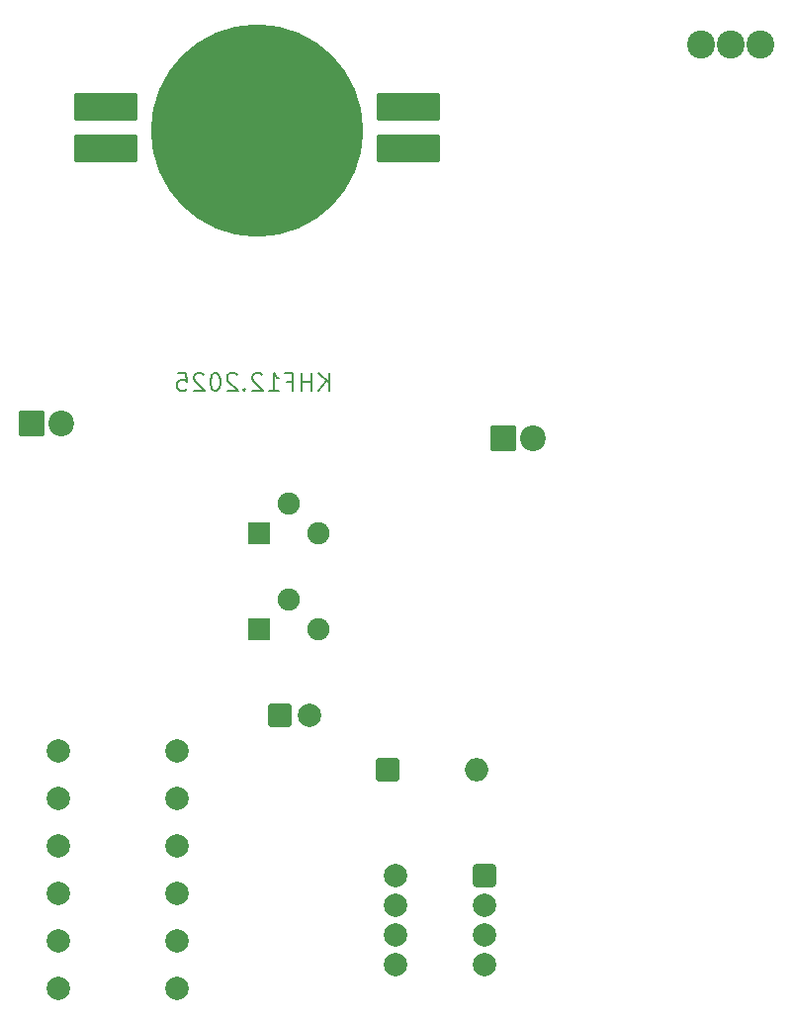
<source format=gbr>
%TF.GenerationSoftware,KiCad,Pcbnew,9.0.6*%
%TF.CreationDate,2026-01-10T10:01:34+01:00*%
%TF.ProjectId,Jumbo,4a756d62-6f2e-46b6-9963-61645f706362,rev?*%
%TF.SameCoordinates,Original*%
%TF.FileFunction,Soldermask,Bot*%
%TF.FilePolarity,Negative*%
%FSLAX46Y46*%
G04 Gerber Fmt 4.6, Leading zero omitted, Abs format (unit mm)*
G04 Created by KiCad (PCBNEW 9.0.6) date 2026-01-10 10:01:34*
%MOMM*%
%LPD*%
G01*
G04 APERTURE LIST*
G04 Aperture macros list*
%AMRoundRect*
0 Rectangle with rounded corners*
0 $1 Rounding radius*
0 $2 $3 $4 $5 $6 $7 $8 $9 X,Y pos of 4 corners*
0 Add a 4 corners polygon primitive as box body*
4,1,4,$2,$3,$4,$5,$6,$7,$8,$9,$2,$3,0*
0 Add four circle primitives for the rounded corners*
1,1,$1+$1,$2,$3*
1,1,$1+$1,$4,$5*
1,1,$1+$1,$6,$7*
1,1,$1+$1,$8,$9*
0 Add four rect primitives between the rounded corners*
20,1,$1+$1,$2,$3,$4,$5,0*
20,1,$1+$1,$4,$5,$6,$7,0*
20,1,$1+$1,$6,$7,$8,$9,0*
20,1,$1+$1,$8,$9,$2,$3,0*%
G04 Aperture macros list end*
%ADD10C,0.200000*%
%ADD11RoundRect,0.200000X-0.900000X-0.900000X0.900000X-0.900000X0.900000X0.900000X-0.900000X0.900000X0*%
%ADD12C,2.200000*%
%ADD13RoundRect,0.200000X-0.750000X-0.750000X0.750000X-0.750000X0.750000X0.750000X-0.750000X0.750000X0*%
%ADD14C,1.900000*%
%ADD15C,2.000000*%
%ADD16RoundRect,0.200000X-0.800000X-0.800000X0.800000X-0.800000X0.800000X0.800000X-0.800000X0.800000X0*%
%ADD17O,2.000000X2.000000*%
%ADD18C,2.400000*%
%ADD19RoundRect,0.312500X0.687500X0.687500X-0.687500X0.687500X-0.687500X-0.687500X0.687500X-0.687500X0*%
%ADD20RoundRect,0.200000X-2.500000X-1.000000X2.500000X-1.000000X2.500000X1.000000X-2.500000X1.000000X0*%
%ADD21C,18.180000*%
G04 APERTURE END LIST*
D10*
X135161279Y-81106028D02*
X135161279Y-79606028D01*
X134304136Y-81106028D02*
X134946993Y-80248885D01*
X134304136Y-79606028D02*
X135161279Y-80463171D01*
X133661279Y-81106028D02*
X133661279Y-79606028D01*
X133661279Y-80320314D02*
X132804136Y-80320314D01*
X132804136Y-81106028D02*
X132804136Y-79606028D01*
X131589850Y-80320314D02*
X132089850Y-80320314D01*
X132089850Y-81106028D02*
X132089850Y-79606028D01*
X132089850Y-79606028D02*
X131375564Y-79606028D01*
X130018421Y-81106028D02*
X130875564Y-81106028D01*
X130446993Y-81106028D02*
X130446993Y-79606028D01*
X130446993Y-79606028D02*
X130589850Y-79820314D01*
X130589850Y-79820314D02*
X130732707Y-79963171D01*
X130732707Y-79963171D02*
X130875564Y-80034600D01*
X129446993Y-79748885D02*
X129375565Y-79677457D01*
X129375565Y-79677457D02*
X129232708Y-79606028D01*
X129232708Y-79606028D02*
X128875565Y-79606028D01*
X128875565Y-79606028D02*
X128732708Y-79677457D01*
X128732708Y-79677457D02*
X128661279Y-79748885D01*
X128661279Y-79748885D02*
X128589850Y-79891742D01*
X128589850Y-79891742D02*
X128589850Y-80034600D01*
X128589850Y-80034600D02*
X128661279Y-80248885D01*
X128661279Y-80248885D02*
X129518422Y-81106028D01*
X129518422Y-81106028D02*
X128589850Y-81106028D01*
X127946994Y-80963171D02*
X127875565Y-81034600D01*
X127875565Y-81034600D02*
X127946994Y-81106028D01*
X127946994Y-81106028D02*
X128018422Y-81034600D01*
X128018422Y-81034600D02*
X127946994Y-80963171D01*
X127946994Y-80963171D02*
X127946994Y-81106028D01*
X127304136Y-79748885D02*
X127232708Y-79677457D01*
X127232708Y-79677457D02*
X127089851Y-79606028D01*
X127089851Y-79606028D02*
X126732708Y-79606028D01*
X126732708Y-79606028D02*
X126589851Y-79677457D01*
X126589851Y-79677457D02*
X126518422Y-79748885D01*
X126518422Y-79748885D02*
X126446993Y-79891742D01*
X126446993Y-79891742D02*
X126446993Y-80034600D01*
X126446993Y-80034600D02*
X126518422Y-80248885D01*
X126518422Y-80248885D02*
X127375565Y-81106028D01*
X127375565Y-81106028D02*
X126446993Y-81106028D01*
X125518422Y-79606028D02*
X125375565Y-79606028D01*
X125375565Y-79606028D02*
X125232708Y-79677457D01*
X125232708Y-79677457D02*
X125161280Y-79748885D01*
X125161280Y-79748885D02*
X125089851Y-79891742D01*
X125089851Y-79891742D02*
X125018422Y-80177457D01*
X125018422Y-80177457D02*
X125018422Y-80534600D01*
X125018422Y-80534600D02*
X125089851Y-80820314D01*
X125089851Y-80820314D02*
X125161280Y-80963171D01*
X125161280Y-80963171D02*
X125232708Y-81034600D01*
X125232708Y-81034600D02*
X125375565Y-81106028D01*
X125375565Y-81106028D02*
X125518422Y-81106028D01*
X125518422Y-81106028D02*
X125661280Y-81034600D01*
X125661280Y-81034600D02*
X125732708Y-80963171D01*
X125732708Y-80963171D02*
X125804137Y-80820314D01*
X125804137Y-80820314D02*
X125875565Y-80534600D01*
X125875565Y-80534600D02*
X125875565Y-80177457D01*
X125875565Y-80177457D02*
X125804137Y-79891742D01*
X125804137Y-79891742D02*
X125732708Y-79748885D01*
X125732708Y-79748885D02*
X125661280Y-79677457D01*
X125661280Y-79677457D02*
X125518422Y-79606028D01*
X124446994Y-79748885D02*
X124375566Y-79677457D01*
X124375566Y-79677457D02*
X124232709Y-79606028D01*
X124232709Y-79606028D02*
X123875566Y-79606028D01*
X123875566Y-79606028D02*
X123732709Y-79677457D01*
X123732709Y-79677457D02*
X123661280Y-79748885D01*
X123661280Y-79748885D02*
X123589851Y-79891742D01*
X123589851Y-79891742D02*
X123589851Y-80034600D01*
X123589851Y-80034600D02*
X123661280Y-80248885D01*
X123661280Y-80248885D02*
X124518423Y-81106028D01*
X124518423Y-81106028D02*
X123589851Y-81106028D01*
X122232709Y-79606028D02*
X122946995Y-79606028D01*
X122946995Y-79606028D02*
X123018423Y-80320314D01*
X123018423Y-80320314D02*
X122946995Y-80248885D01*
X122946995Y-80248885D02*
X122804138Y-80177457D01*
X122804138Y-80177457D02*
X122446995Y-80177457D01*
X122446995Y-80177457D02*
X122304138Y-80248885D01*
X122304138Y-80248885D02*
X122232709Y-80320314D01*
X122232709Y-80320314D02*
X122161280Y-80463171D01*
X122161280Y-80463171D02*
X122161280Y-80820314D01*
X122161280Y-80820314D02*
X122232709Y-80963171D01*
X122232709Y-80963171D02*
X122304138Y-81034600D01*
X122304138Y-81034600D02*
X122446995Y-81106028D01*
X122446995Y-81106028D02*
X122804138Y-81106028D01*
X122804138Y-81106028D02*
X122946995Y-81034600D01*
X122946995Y-81034600D02*
X123018423Y-80963171D01*
D11*
%TO.C,D1*%
X150100000Y-85200000D03*
D12*
X152640000Y-85200000D03*
%TD*%
D13*
%TO.C,T2*%
X129160000Y-101540000D03*
D14*
X131700000Y-99000000D03*
X134240000Y-101540000D03*
%TD*%
D13*
%TO.C,T1*%
X129200000Y-93300000D03*
D14*
X131740000Y-90760000D03*
X134280000Y-93300000D03*
%TD*%
D11*
%TO.C,D2*%
X109725000Y-83900000D03*
D12*
X112265000Y-83900000D03*
%TD*%
D15*
%TO.C,R4*%
X112040000Y-128150000D03*
X122200000Y-128150000D03*
%TD*%
%TO.C,R6*%
X112040000Y-120050000D03*
X122200000Y-120050000D03*
%TD*%
%TO.C,R7*%
X112040000Y-116000000D03*
X122200000Y-116000000D03*
%TD*%
%TO.C,R1off1*%
X112040000Y-111950000D03*
X122200000Y-111950000D03*
%TD*%
%TO.C,R5*%
X112040000Y-124100000D03*
X122200000Y-124100000D03*
%TD*%
D16*
%TO.C,D3*%
X140200000Y-113500000D03*
D17*
X147820000Y-113500000D03*
%TD*%
D15*
%TO.C,R3*%
X112040000Y-132200000D03*
X122200000Y-132200000D03*
%TD*%
D16*
%TO.C,C1*%
X131000000Y-108900000D03*
D15*
X133500000Y-108900000D03*
%TD*%
D18*
%TO.C,S1*%
X167020000Y-51500000D03*
X169560000Y-51500000D03*
X172100000Y-51500000D03*
%TD*%
D19*
%TO.C,U1*%
X148520000Y-122620000D03*
D15*
X148520000Y-125160000D03*
X148520000Y-127700000D03*
X148520000Y-130240000D03*
X140900000Y-130240000D03*
X140900000Y-127700000D03*
X140900000Y-125160000D03*
X140900000Y-122620000D03*
%TD*%
D20*
%TO.C,U2*%
X116100000Y-56792000D03*
X116100000Y-60348000D03*
X141994000Y-56792000D03*
X141994000Y-60348000D03*
D21*
X129054000Y-58824000D03*
%TD*%
M02*

</source>
